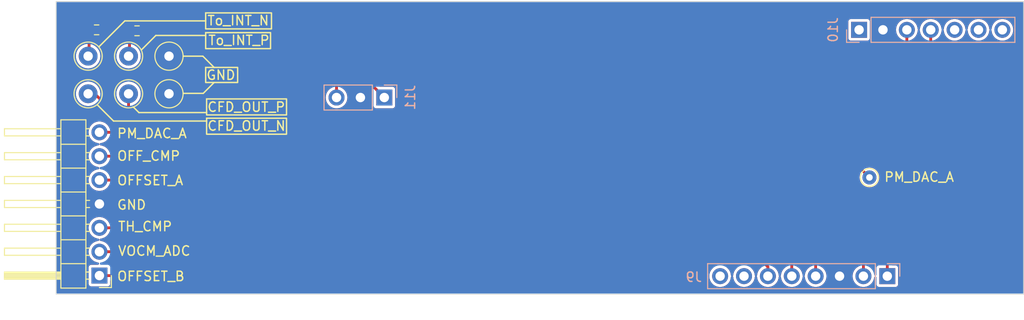
<source format=kicad_pcb>
(kicad_pcb (version 20221018) (generator pcbnew)
  (layers (0 "F.Cu" signal) (31 "B.Cu" signal) (34 "B.Paste" user) (35 "F.Paste" user) (36 "B.SilkS" user "B.Silkscreen") (37 "F.SilkS" user "F.Silkscreen") (38 "B.Mask" user) (39 "F.Mask" user) (44 "Edge.Cuts" user))
  (net 0 "")
  (net 1 "/CFD_OUT_P")
  (net 2 "/CFD_OUT_N")
  (net 3 "/TO_INT_N")
  (net 4 "GND")
  (net 5 "/TO_INT_P")
  (net 6 "Net-(J7-Pin_7)")
  (net 7 "Net-(J7-Pin_1)")
  (net 8 "Net-(J7-Pin_2)")
  (net 9 "Net-(J7-Pin_3)")
  (net 10 "Net-(J7-Pin_6)")
  (net 17 "Net-(J7-Pin_5)")
  (footprint "TestPoint:TestPoint_Loop_D1.80mm_Drill1.0mm_Beaded" (layer "F.Cu") (at 63.9 41.6)
    (fp_text reference "J6" hide)
    (fp_text value "Conn_01x01_Pin")
    (fp_circle (center 0 0) (end 1.5 0) (stroke (width 0.12)) (fill none) (layer "F.SilkS"))
    (pad "1" thru_hole circle (at 0 0) (size 2 2) (drill 1) (layers "*.Cu" "*.Mask") (net 5 "/TO_INT_P"))
  )
  (footprint "TestPoint:TestPoint_Loop_D1.80mm_Drill1.0mm_Beaded" (layer "F.Cu") (at 59.6 41.6)
    (fp_text reference "J4" hide)
    (fp_text value "Conn_01x01_Pin")
    (fp_circle (center 0 0) (end 1.5 0) (stroke (width 0.12)) (fill none) (layer "F.SilkS"))
    (pad "1" thru_hole circle (at 0 0) (size 2 2) (drill 1) (layers "*.Cu" "*.Mask") (net 3 "/TO_INT_N"))
  )
  (footprint "Resistor_SMD:R_0603_1608Metric" (layer "F.Cu") (at 60.5 38.8)
    (fp_text reference "R1" hide)
    (fp_text value "50")
    (fp_line (start -0.237258 -0.5225) (end 0.237258 -0.5225) (stroke (width 0.12)) (layer "F.SilkS"))
    (fp_line (start -0.237258 0.5225) (end 0.237258 0.5225) (stroke (width 0.12)) (layer "F.SilkS"))
    (pad "1" smd roundrect (at -0.825 0) (size 0.8 0.95) (layers "F.Cu" "F.Paste" "F.Mask") (net 3 "/TO_INT_N"))
    (pad "2" smd roundrect (at 0.825 0) (size 0.8 0.95) (layers "F.Cu" "F.Paste" "F.Mask") (net 4 "GND"))
  )
  (footprint "Resistor_SMD:R_0603_1608Metric" (layer "F.Cu") (at 64.8 38.9 180)
    (fp_text reference "R2" hide)
    (fp_text value "50")
    (fp_line (start -0.237258 -0.5225) (end 0.237258 -0.5225) (stroke (width 0.12)) (layer "F.SilkS"))
    (fp_line (start -0.237258 0.5225) (end 0.237258 0.5225) (stroke (width 0.12)) (layer "F.SilkS"))
    (pad "1" smd roundrect (at -0.825 0 180) (size 0.8 0.95) (layers "F.Cu" "F.Paste" "F.Mask") (net 4 "GND"))
    (pad "2" smd roundrect (at 0.825 0 180) (size 0.8 0.95) (layers "F.Cu" "F.Paste" "F.Mask") (net 5 "/TO_INT_P"))
  )
  (footprint "TestPoint:TestPoint_Loop_D1.80mm_Drill1.0mm_Beaded" (layer "F.Cu") (at 63.9 45.6)
    (fp_text reference "J1" hide)
    (fp_text value "Conn_01x01_Pin")
    (fp_circle (center 0 0) (end 1.5 0) (stroke (width 0.12)) (fill none) (layer "F.SilkS"))
    (pad "1" thru_hole circle (at 0 0) (size 2 2) (drill 1) (layers "*.Cu" "*.Mask") (net 1 "/CFD_OUT_P"))
  )
  (footprint "TestPoint:TestPoint_Loop_D1.80mm_Drill1.0mm_Beaded" (layer "F.Cu") (at 68.2 41.6)
    (fp_text reference "J2" hide)
    (fp_text value "Conn_01x01_Pin")
    (fp_circle (center 0 0) (end 1.5 0) (stroke (width 0.12)) (fill none) (layer "F.SilkS"))
    (pad "1" thru_hole circle (at 0 0) (size 2 2) (drill 1) (layers "*.Cu" "*.Mask") (net 4 "GND"))
  )
  (footprint "TestPoint:TestPoint_THTPad_D1.5mm_Drill0.7mm" (layer "F.Cu") (at 142.7 54.5)
    (fp_text reference "J8" hide)
    (fp_text value "Conn_01x01_Pin")
    (fp_circle (center 0 0) (end 0 0.95) (stroke (width 0.12)) (fill none) (layer "F.SilkS"))
    (pad "1" thru_hole circle (at 0 0) (size 1.5 1.5) (drill 0.7) (layers "*.Cu" "*.Mask") (net 6 "Net-(J7-Pin_7)"))
  )
  (footprint "TestPoint:TestPoint_Loop_D1.80mm_Drill1.0mm_Beaded" (layer "F.Cu") (at 68.2 45.6)
    (fp_text reference "J5" hide)
    (fp_text value "Conn_01x01_Pin")
    (fp_circle (center 0 0) (end 1.5 0) (stroke (width 0.12)) (fill none) (layer "F.SilkS"))
    (pad "1" thru_hole circle (at 0 0) (size 2 2) (drill 1) (layers "*.Cu" "*.Mask") (net 4 "GND"))
  )
  (footprint "Connector_PinHeader_2.54mm:PinHeader_1x07_P2.54mm_Horizontal" (layer "F.Cu") (at 60.8 64.94 180)
    (fp_text reference "J7" hide)
    (fp_text value "Conn_01x07")
    (fp_line (start -1.27 -1.27) (end 0 -1.27) (stroke (width 0.12)) (layer "F.SilkS"))
    (fp_line (start -1.27 0) (end -1.27 -1.27) (stroke (width 0.12)) (layer "F.SilkS"))
    (fp_line (start 1.042929 2.16) (end 1.44 2.16) (stroke (width 0.12)) (layer "F.SilkS"))
    (fp_line (start 1.042929 2.92) (end 1.44 2.92) (stroke (width 0.12)) (layer "F.SilkS"))
    (fp_line (start 1.042929 4.7) (end 1.44 4.7) (stroke (width 0.12)) (layer "F.SilkS"))
    (fp_line (start 1.042929 5.46) (end 1.44 5.46) (stroke (width 0.12)) (layer "F.SilkS"))
    (fp_line (start 1.042929 7.24) (end 1.44 7.24) (stroke (width 0.12)) (layer "F.SilkS"))
    (fp_line (start 1.042929 8) (end 1.44 8) (stroke (width 0.12)) (layer "F.SilkS"))
    (fp_line (start 1.042929 9.78) (end 1.44 9.78) (stroke (width 0.12)) (layer "F.SilkS"))
    (fp_line (start 1.042929 10.54) (end 1.44 10.54) (stroke (width 0.12)) (layer "F.SilkS"))
    (fp_line (start 1.042929 12.32) (end 1.44 12.32) (stroke (width 0.12)) (layer "F.SilkS"))
    (fp_line (start 1.042929 13.08) (end 1.44 13.08) (stroke (width 0.12)) (layer "F.SilkS"))
    (fp_line (start 1.042929 14.86) (end 1.44 14.86) (stroke (width 0.12)) (layer "F.SilkS"))
    (fp_line (start 1.042929 15.62) (end 1.44 15.62) (stroke (width 0.12)) (layer "F.SilkS"))
    (fp_line (start 1.11 -0.38) (end 1.44 -0.38) (stroke (width 0.12)) (layer "F.SilkS"))
    (fp_line (start 1.11 0.38) (end 1.44 0.38) (stroke (width 0.12)) (layer "F.SilkS"))
    (fp_line (start 1.44 -1.33) (end 1.44 16.57) (stroke (width 0.12)) (layer "F.SilkS"))
    (fp_line (start 1.44 1.27) (end 4.1 1.27) (stroke (width 0.12)) (layer "F.SilkS"))
    (fp_line (start 1.44 3.81) (end 4.1 3.81) (stroke (width 0.12)) (layer "F.SilkS"))
    (fp_line (start 1.44 6.35) (end 4.1 6.35) (stroke (width 0.12)) (layer "F.SilkS"))
    (fp_line (start 1.44 8.89) (end 4.1 8.89) (stroke (width 0.12)) (layer "F.SilkS"))
    (fp_line (start 1.44 11.43) (end 4.1 11.43) (stroke (width 0.12)) (layer "F.SilkS"))
    (fp_line (start 1.44 13.97) (end 4.1 13.97) (stroke (width 0.12)) (layer "F.SilkS"))
    (fp_line (start 1.44 16.57) (end 4.1 16.57) (stroke (width 0.12)) (layer "F.SilkS"))
    (fp_line (start 4.1 -1.33) (end 1.44 -1.33) (stroke (width 0.12)) (layer "F.SilkS"))
    (fp_line (start 4.1 -0.38) (end 10.1 -0.38) (stroke (width 0.12)) (layer "F.SilkS"))
    (fp_line (start 4.1 -0.32) (end 10.1 -0.32) (stroke (width 0.12)) (layer "F.SilkS"))
    (fp_line (start 4.1 -0.2) (end 10.1 -0.2) (stroke (width 0.12)) (layer "F.SilkS"))
    (fp_line (start 4.1 -0.08) (end 10.1 -0.08) (stroke (width 0.12)) (layer "F.SilkS"))
    (fp_line (start 4.1 0.04) (end 10.1 0.04) (stroke (width 0.12)) (layer "F.SilkS"))
    (fp_line (start 4.1 0.16) (end 10.1 0.16) (stroke (width 0.12)) (layer "F.SilkS"))
    (fp_line (start 4.1 0.28) (end 10.1 0.28) (stroke (width 0.12)) (layer "F.SilkS"))
    (fp_line (start 4.1 2.16) (end 10.1 2.16) (stroke (width 0.12)) (layer "F.SilkS"))
    (fp_line (start 4.1 4.7) (end 10.1 4.7) (stroke (width 0.12)) (layer "F.SilkS"))
    (fp_line (start 4.1 7.24) (end 10.1 7.24) (stroke (width 0.12)) (layer "F.SilkS"))
    (fp_line (start 4.1 9.78) (end 10.1 9.78) (stroke (width 0.12)) (layer "F.SilkS"))
    (fp_line (start 4.1 12.32) (end 10.1 12.32) (stroke (width 0.12)) (layer "F.SilkS"))
    (fp_line (start 4.1 14.86) (end 10.1 14.86) (stroke (width 0.12)) (layer "F.SilkS"))
    (fp_line (start 4.1 16.57) (end 4.1 -1.33) (stroke (width 0.12)) (layer "F.SilkS"))
    (fp_line (start 10.1 -0.38) (end 10.1 0.38) (stroke (width 0.12)) (layer "F.SilkS"))
    (fp_line (start 10.1 0.38) (end 4.1 0.38) (stroke (width 0.12)) (layer "F.SilkS"))
    (fp_line (start 10.1 2.16) (end 10.1 2.92) (stroke (width 0.12)) (layer "F.SilkS"))
    (fp_line (start 10.1 2.92) (end 4.1 2.92) (stroke (width 0.12)) (layer "F.SilkS"))
    (fp_line (start 10.1 4.7) (end 10.1 5.46) (stroke (width 0.12)) (layer "F.SilkS"))
    (fp_line (start 10.1 5.46) (end 4.1 5.46) (stroke (width 0.12)) (layer "F.SilkS"))
    (fp_line (start 10.1 7.24) (end 10.1 8) (stroke (width 0.12)) (layer "F.SilkS"))
    (fp_line (start 10.1 8) (end 4.1 8) (stroke (width 0.12)) (layer "F.SilkS"))
    (fp_line (start 10.1 9.78) (end 10.1 10.54) (stroke (width 0.12)) (layer "F.SilkS"))
    (fp_line (start 10.1 10.54) (end 4.1 10.54) (stroke (width 0.12)) (layer "F.SilkS"))
    (fp_line (start 10.1 12.32) (end 10.1 13.08) (stroke (width 0.12)) (layer "F.SilkS"))
    (fp_line (start 10.1 13.08) (end 4.1 13.08) (stroke (width 0.12)) (layer "F.SilkS"))
    (fp_line (start 10.1 14.86) (end 10.1 15.62) (stroke (width 0.12)) (layer "F.SilkS"))
    (fp_line (start 10.1 15.62) (end 4.1 15.62) (stroke (width 0.12)) (layer "F.SilkS"))
    (pad "1" thru_hole rect (at 0 0 180) (size 1.7 1.7) (drill 1) (layers "*.Cu" "*.Mask") (net 7 "Net-(J7-Pin_1)"))
    (pad "2" thru_hole oval (at 0 2.54 180) (size 1.7 1.7) (drill 1) (layers "*.Cu" "*.Mask") (net 8 "Net-(J7-Pin_2)"))
    (pad "3" thru_hole oval (at 0 5.08 180) (size 1.7 1.7) (drill 1) (layers "*.Cu" "*.Mask") (net 9 "Net-(J7-Pin_3)"))
    (pad "4" thru_hole oval (at 0 7.62 180) (size 1.7 1.7) (drill 1) (layers "*.Cu" "*.Mask") (net 4 "GND"))
    (pad "5" thru_hole oval (at 0 10.16 180) (size 1.7 1.7) (drill 1) (layers "*.Cu" "*.Mask") (net 17 "Net-(J7-Pin_5)"))
    (pad "6" thru_hole oval (at 0 12.7 180) (size 1.7 1.7) (drill 1) (layers "*.Cu" "*.Mask") (net 10 "Net-(J7-Pin_6)"))
    (pad "7" thru_hole oval (at 0 15.24 180) (size 1.7 1.7) (drill 1) (layers "*.Cu" "*.Mask") (net 6 "Net-(J7-Pin_7)"))
  )
  (footprint "TestPoint:TestPoint_Loop_D1.80mm_Drill1.0mm_Beaded" (layer "F.Cu") (at 59.6 45.6)
    (fp_text reference "J3" hide)
    (fp_text value "Conn_01x01_Pin")
    (fp_circle (center 0 0) (end 1.5 0) (stroke (width 0.12)) (fill none) (layer "F.SilkS"))
    (pad "1" thru_hole circle (at 0 0) (size 2 2) (drill 1) (layers "*.Cu" "*.Mask") (net 2 "/CFD_OUT_N"))
  )
  (footprint "Connector_PinSocket_2.54mm:PinSocket_1x07_P2.54mm_Vertical" (layer "B.Cu") (at 141.6 38.8 -90)
    (fp_text reference "J10" (at 0 2.77 90) (layer "B.SilkS") (effects (justify mirror)))
    (fp_text value "Conn_01x07")
    (fp_line (start -1.33 -16.57) (end 1.33 -16.57) (stroke (width 0.12)) (layer "B.SilkS"))
    (fp_line (start -1.33 -1.27) (end -1.33 -16.57) (stroke (width 0.12)) (layer "B.SilkS"))
    (fp_line (start -1.33 -1.27) (end 1.33 -1.27) (stroke (width 0.12)) (layer "B.SilkS"))
    (fp_line (start 0 1.33) (end 1.33 1.33) (stroke (width 0.12)) (layer "B.SilkS"))
    (fp_line (start 1.33 -1.27) (end 1.33 -16.57) (stroke (width 0.12)) (layer "B.SilkS"))
    (fp_line (start 1.33 1.33) (end 1.33 0) (stroke (width 0.12)) (layer "B.SilkS"))
    (pad "1" thru_hole rect (at 0 0 270) (size 1.7 1.7) (drill 1) (layers "*.Cu" "*.Mask"))
    (pad "2" thru_hole oval (at 0 -2.54 270) (size 1.7 1.7) (drill 1) (layers "*.Cu" "*.Mask") (net 4 "GND"))
    (pad "3" thru_hole oval (at 0 -5.08 270) (size 1.7 1.7) (drill 1) (layers "*.Cu" "*.Mask") (net 1 "/CFD_OUT_P"))
    (pad "4" thru_hole oval (at 0 -7.62 270) (size 1.7 1.7) (drill 1) (layers "*.Cu" "*.Mask") (net 2 "/CFD_OUT_N"))
    (pad "5" thru_hole oval (at 0 -10.16 270) (size 1.7 1.7) (drill 1) (layers "*.Cu" "*.Mask"))
    (pad "6" thru_hole oval (at 0 -12.7 270) (size 1.7 1.7) (drill 1) (layers "*.Cu" "*.Mask"))
    (pad "7" thru_hole oval (at 0 -15.24 270) (size 1.7 1.7) (drill 1) (layers "*.Cu" "*.Mask"))
  )
  (footprint "Connector_PinSocket_2.54mm:PinSocket_1x03_P2.54mm_Vertical" (layer "B.Cu") (at 91.1 46 90)
    (fp_text reference "J11" (at 0 2.77 90) (layer "B.SilkS") (effects (justify mirror)))
    (fp_text value "Conn_01x03")
    (fp_line (start -1.33 -6.41) (end 1.33 -6.41) (stroke (width 0.12)) (layer "B.SilkS"))
    (fp_line (start -1.33 -1.27) (end -1.33 -6.41) (stroke (width 0.12)) (layer "B.SilkS"))
    (fp_line (start -1.33 -1.27) (end 1.33 -1.27) (stroke (width 0.12)) (layer "B.SilkS"))
    (fp_line (start 0 1.33) (end 1.33 1.33) (stroke (width 0.12)) (layer "B.SilkS"))
    (fp_line (start 1.33 -1.27) (end 1.33 -6.41) (stroke (width 0.12)) (layer "B.SilkS"))
    (fp_line (start 1.33 1.33) (end 1.33 0) (stroke (width 0.12)) (layer "B.SilkS"))
    (pad "1" thru_hole rect (at 0 0 90) (size 1.7 1.7) (drill 1) (layers "*.Cu" "*.Mask") (net 3 "/TO_INT_N"))
    (pad "2" thru_hole oval (at 0 -2.54 90) (size 1.7 1.7) (drill 1) (layers "*.Cu" "*.Mask") (net 4 "GND"))
    (pad "3" thru_hole oval (at 0 -5.08 90) (size 1.7 1.7) (drill 1) (layers "*.Cu" "*.Mask") (net 5 "/TO_INT_P"))
  )
  (footprint "Connector_PinSocket_2.54mm:PinSocket_1x08_P2.54mm_Vertical" (layer "B.Cu") (at 144.6 65 90)
    (fp_text reference "J9" (at -0.1 -20.58 180) (layer "B.SilkS") (effects (justify mirror)))
    (fp_text value "Conn_01x08")
    (fp_line (start -1.33 -19.11) (end 1.33 -19.11) (stroke (width 0.12)) (layer "B.SilkS"))
    (fp_line (start -1.33 -1.27) (end -1.33 -19.11) (stroke (width 0.12)) (layer "B.SilkS"))
    (fp_line (start -1.33 -1.27) (end 1.33 -1.27) (stroke (width 0.12)) (layer "B.SilkS"))
    (fp_line (start 0 1.33) (end 1.33 1.33) (stroke (width 0.12)) (layer "B.SilkS"))
    (fp_line (start 1.33 -1.27) (end 1.33 -19.11) (stroke (width 0.12)) (layer "B.SilkS"))
    (fp_line (start 1.33 1.33) (end 1.33 0) (stroke (width 0.12)) (layer "B.SilkS"))
    (pad "1" thru_hole rect (at 0 0 90) (size 1.7 1.7) (drill 1) (layers "*.Cu" "*.Mask") (net 10 "Net-(J7-Pin_6)"))
    (pad "2" thru_hole oval (at 0 -2.54 90) (size 1.7 1.7) (drill 1) (layers "*.Cu" "*.Mask") (net 17 "Net-(J7-Pin_5)"))
    (pad "3" thru_hole oval (at 0 -5.08 90) (size 1.7 1.7) (drill 1) (layers "*.Cu" "*.Mask") (net 4 "GND"))
    (pad "4" thru_hole oval (at 0 -7.62 90) (size 1.7 1.7) (drill 1) (layers "*.Cu" "*.Mask") (net 9 "Net-(J7-Pin_3)"))
    (pad "5" thru_hole oval (at 0 -10.16 90) (size 1.7 1.7) (drill 1) (layers "*.Cu" "*.Mask") (net 8 "Net-(J7-Pin_2)"))
    (pad "6" thru_hole oval (at 0 -12.7 90) (size 1.7 1.7) (drill 1) (layers "*.Cu" "*.Mask") (net 7 "Net-(J7-Pin_1)"))
    (pad "7" thru_hole oval (at 0 -15.24 90) (size 1.7 1.7) (drill 1) (layers "*.Cu" "*.Mask"))
    (pad "8" thru_hole oval (at 0 -17.78 90) (size 1.7 1.7) (drill 1) (layers "*.Cu" "*.Mask"))
  )
  (gr_line (start 69.7 41.6) (end 71.8 41.6) (stroke (width 0.15)) (layer "F.SilkS"))
  (gr_line (start 71.8 41.6) (end 73.006135 42.806135) (stroke (width 0.15)) (layer "F.SilkS"))
  (gr_line (start 72.2 47.6) (end 65 47.6) (stroke (width 0.15)) (layer "F.SilkS"))
  (gr_line (start 72.1 39.4) (end 66.8 39.4) (stroke (width 0.15)) (layer "F.SilkS"))
  (gr_line (start 66.8 39.4) (end 65.269657 40.930343) (stroke (width 0.15)) (layer "F.SilkS"))
  (gr_rect (start 72.2 48.2) (end 80.7 49.9) (stroke (width 0.15)) (fill none) (layer "F.SilkS"))
  (gr_line (start 72.2 48.5) (end 62.3 48.5) (stroke (width 0.15)) (layer "F.SilkS"))
  (gr_rect (start 72.1 37) (end 79.1 38.7) (stroke (width 0.15)) (fill none) (layer "F.SilkS"))
  (gr_rect (start 72.1 39.1) (end 79 40.8) (stroke (width 0.15)) (fill none) (layer "F.SilkS"))
  (gr_line (start 72.1 37.85) (end 63.5 37.85) (stroke (width 0.15)) (layer "F.SilkS"))
  (gr_line (start 71.841495 45.558505) (end 72.983721 44.416279) (stroke (width 0.15)) (layer "F.SilkS"))
  (gr_line (start 69.7 45.558505) (end 71.841495 45.558505) (stroke (width 0.15)) (layer "F.SilkS"))
  (gr_line (start 65 47.6) (end 64.4 47) (stroke (width 0.15)) (layer "F.SilkS"))
  (gr_line (start 63.5 37.85) (end 60.75 40.6) (stroke (width 0.15)) (layer "F.SilkS"))
  (gr_line (start 62.3 48.5) (end 60.6 46.8) (stroke (width 0.15)) (layer "F.SilkS"))
  (gr_rect (start 72.1 42.8) (end 75.5 44.4) (stroke (width 0.15)) (fill none) (layer "F.SilkS"))
  (gr_rect (start 72.2 46.15) (end 80.7 47.85) (stroke (width 0.15)) (fill none) (layer "F.SilkS"))
  (gr_rect (start 56.2 35.8) (end 159.1 66.9) (stroke (width 0.1)) (fill none) (layer "Edge.Cuts"))
  (gr_text "To_INT_N" (at 72.2 38.4) (layer "F.SilkS") (effects (font (size 1 1)) (justify left bottom)))
  (gr_text "OFFSET_A\n" (at 62.6 55.4) (layer "F.SilkS") (effects (font (size 1 1)) (justify left bottom)))
  (gr_text "CFD_OUT_P" (at 72.2 47.6) (layer "F.SilkS") (effects (font (size 1 1)) (justify left bottom)))
  (gr_text "VOCM_ADC" (at 62.7 62.9) (layer "F.SilkS") (effects (font (size 1 1)) (justify left bottom)))
  (gr_text "TH_CMP\n" (at 62.7 60.3) (layer "F.SilkS") (effects (font (size 1 1)) (justify left bottom)))
  (gr_text "GND\n" (at 72.1 44.2) (layer "F.SilkS") (effects (font (size 1 1)) (justify left bottom)))
  (gr_text "PM_DAC_A" (at 144.2 55.040399) (layer "F.SilkS") (effects (font (size 1 1)) (justify left bottom)))
  (gr_text "To_INT_P" (at 72.3 40.5) (layer "F.SilkS") (effects (font (size 1 1)) (justify left bottom)))
  (gr_text "PM_DAC_A" (at 62.6 50.4) (layer "F.SilkS") (effects (font (size 1 1)) (justify left bottom)))
  (gr_text "GND\n" (at 62.6 58) (layer "F.SilkS") (effects (font (size 1 1)) (justify left bottom)))
  (gr_text "OFFSET_B" (at 62.6 65.6) (layer "F.SilkS") (effects (font (size 1 1)) (justify left bottom)))
  (gr_text "OFF_CMP" (at 62.6 52.8) (layer "F.SilkS") (effects (font (size 1 1)) (justify left bottom)))
  (gr_text "CFD_OUT_N" (at 72.2 49.6) (layer "F.SilkS") (effects (font (size 1 1)) (justify left bottom)))
  (segment (start 63.9 47.2) (end 63.9 45.6) (width 0.3) (layer "F.Cu") (net 1))
  (segment (start 64.8 48.1) (end 63.9 47.2) (width 0.3) (layer "F.Cu") (net 1))
  (segment (start 145.2 42.4) (end 139.5 48.1) (width 0.3) (layer "F.Cu") (net 1))
  (segment (start 145.2 42.4) (end 145.1 42.5) (width 0.3) (layer "F.Cu") (net 1))
  (segment (start 139.5 48.1) (end 64.8 48.1) (width 0.3) (layer "F.Cu") (net 1))
  (segment (start 146.68 40.92) (end 145.2 42.4) (width 0.3) (layer "F.Cu") (net 1))
  (segment (start 146.68 38.8) (end 146.68 40.92) (width 0.3) (layer "F.Cu") (net 1))
  (segment (start 59.7 45.7) (end 59.6 45.7) (width 0.3) (layer "F.Cu") (net 2))
  (segment (start 140.6 48.7) (end 63.4 48.7) (width 0.3) (layer "F.Cu") (net 2))
  (segment (start 60.1 45.4) (end 59.7 45.4) (width 0.3) (layer "F.Cu") (net 2))
  (segment (start 63.4 48.7) (end 60.1 45.4) (width 0.3) (layer "F.Cu") (net 2))
  (segment (start 149.22 38.8) (end 149.22 40.08) (width 0.3) (layer "F.Cu") (net 2))
  (segment (start 149.22 40.08) (end 140.6 48.7) (width 0.3) (layer "F.Cu") (net 2))
  (segment (start 59.7 41.5) (end 59.7 38.825) (width 0.3) (layer "F.Cu") (net 3))
  (segment (start 61.475 37) (end 82.1 37) (width 0.3) (layer "F.Cu") (net 3))
  (segment (start 59.675 38.8) (end 61.475 37) (width 0.3) (layer "F.Cu") (net 3))
  (segment (start 59.6 41.6) (end 59.7 41.5) (width 0.3) (layer "F.Cu") (net 3))
  (segment (start 59.7 38.825) (end 59.675 38.8) (width 0.3) (layer "F.Cu") (net 3))
  (segment (start 82.1 37) (end 91.1 46) (width 0.3) (layer "F.Cu") (net 3))
  (segment (start 139.38 65.1) (end 139.4 65.12) (width 0.3) (layer "F.Cu") (net 4))
  (segment (start 86.02 41.697818) (end 86.02 46) (width 0.3) (layer "F.Cu") (net 5))
  (segment (start 63.975 38.9) (end 65.175 37.7) (width 0.3) (layer "F.Cu") (net 5))
  (segment (start 64 38.925) (end 63.975 38.9) (width 0.3) (layer "F.Cu") (net 5))
  (segment (start 63.9 41.6) (end 64 41.5) (width 0.3) (layer "F.Cu") (net 5))
  (segment (start 85.47 46) (end 86.02 46) (width 0.3) (layer "F.Cu") (net 5))
  (segment (start 64 41.5) (end 64 38.925) (width 0.3) (layer "F.Cu") (net 5))
  (segment (start 82.022182 37.7) (end 86.02 41.697818) (width 0.3) (layer "F.Cu") (net 5))
  (segment (start 65.175 37.7) (end 82.022182 37.7) (width 0.3) (layer "F.Cu") (net 5))
  (segment (start 142.7 54.5) (end 137.9 49.7) (width 0.3) (layer "F.Cu") (net 6))
  (segment (start 137.9 49.7) (end 60.8 49.7) (width 0.3) (layer "F.Cu") (net 6))
  (segment (start 68.58 63.5) (end 131.4 63.5) (width 0.3) (layer "F.Cu") (net 7))
  (segment (start 67.14 64.94) (end 68.58 63.5) (width 0.3) (layer "F.Cu") (net 7))
  (segment (start 60.8 64.94) (end 67.14 64.94) (width 0.3) (layer "F.Cu") (net 7))
  (segment (start 131.9 64) (end 131.9 65) (width 0.3) (layer "F.Cu") (net 7))
  (segment (start 131.4 63.5) (end 131.9 64) (width 0.3) (layer "F.Cu") (net 7))
  (segment (start 60.8 62.4) (end 133.1 62.4) (width 0.3) (layer "F.Cu") (net 8))
  (segment (start 134.44 63.74) (end 134.44 65) (width 0.3) (layer "F.Cu") (net 8))
  (segment (start 133.1 62.4) (end 134.44 63.74) (width 0.3) (layer "F.Cu") (net 8))
  (segment (start 136.98 65) (end 136.98 63.28) (width 0.3) (layer "F.Cu") (net 9))
  (segment (start 136.98 63.28) (end 133.56 59.86) (width 0.3) (layer "F.Cu") (net 9))
  (segment (start 133.56 59.86) (end 60.8 59.86) (width 0.3) (layer "F.Cu") (net 9))
  (segment (start 144.6 62) (end 134.84 52.24) (width 0.3) (layer "F.Cu") (net 10))
  (segment (start 134.84 52.24) (end 60.8 52.24) (width 0.3) (layer "F.Cu") (net 10))
  (segment (start 144.6 65) (end 144.6 62) (width 0.3) (layer "F.Cu") (net 10))
  (segment (start 142.06 65) (end 142.06 62.06) (width 0.3) (layer "F.Cu") (net 17))
  (segment (start 142.06 62.06) (end 134.78 54.78) (width 0.3) (layer "F.Cu") (net 17))
  (segment (start 134.78 54.78) (end 60.8 54.78) (width 0.3) (layer "F.Cu") (net 17))
  (zone (net 4) (net_name "GND") (layer "F.Cu") (connect_pads yes (clearance 0.3)) (min_thickness 0.25) (fill yes (thermal_gap 0.5) (thermal_bridge_width 0.5))
    (polygon (pts (xy 159.1 35.8) (xy 159.1 66.9) (xy 56.2 66.9) (xy 56.2 35.8)))
  )
  (zone (net 4) (net_name "GND") (layer "B.Cu") (priority 1) (connect_pads yes (clearance 0.3)) (min_thickness 0.25) (fill yes (thermal_gap 0.5) (thermal_bridge_width 0.5))
    (polygon (pts (xy 159.1 35.8) (xy 159.1 66.9) (xy 56.2 66.9) (xy 56.2 35.8)))
  )
)
</source>
